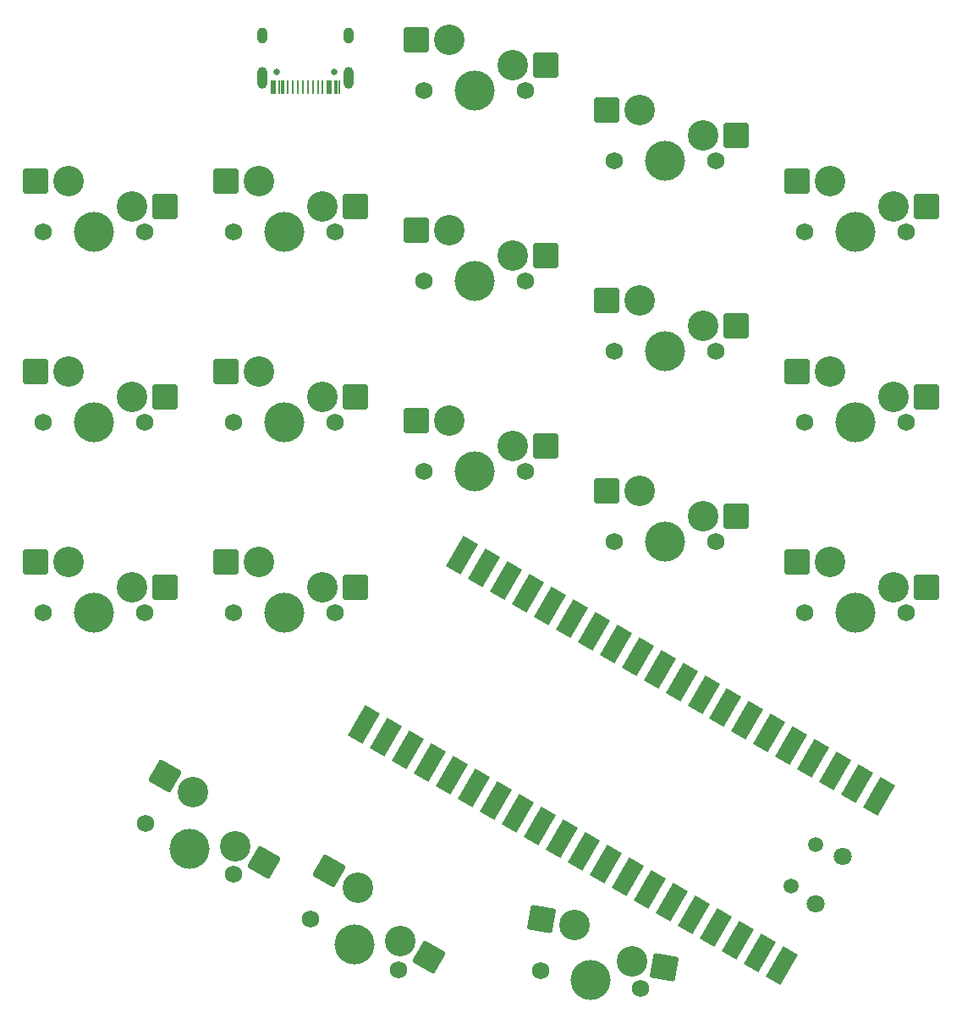
<source format=gbr>
%TF.GenerationSoftware,KiCad,Pcbnew,7.0.9-7.0.9~ubuntu22.04.1*%
%TF.CreationDate,2023-11-28T13:06:28+03:00*%
%TF.ProjectId,Keeb,4b656562-2e6b-4696-9361-645f70636258,rev?*%
%TF.SameCoordinates,Original*%
%TF.FileFunction,Soldermask,Top*%
%TF.FilePolarity,Negative*%
%FSLAX46Y46*%
G04 Gerber Fmt 4.6, Leading zero omitted, Abs format (unit mm)*
G04 Created by KiCad (PCBNEW 7.0.9-7.0.9~ubuntu22.04.1) date 2023-11-28 13:06:28*
%MOMM*%
%LPD*%
G01*
G04 APERTURE LIST*
G04 Aperture macros list*
%AMRoundRect*
0 Rectangle with rounded corners*
0 $1 Rounding radius*
0 $2 $3 $4 $5 $6 $7 $8 $9 X,Y pos of 4 corners*
0 Add a 4 corners polygon primitive as box body*
4,1,4,$2,$3,$4,$5,$6,$7,$8,$9,$2,$3,0*
0 Add four circle primitives for the rounded corners*
1,1,$1+$1,$2,$3*
1,1,$1+$1,$4,$5*
1,1,$1+$1,$6,$7*
1,1,$1+$1,$8,$9*
0 Add four rect primitives between the rounded corners*
20,1,$1+$1,$2,$3,$4,$5,0*
20,1,$1+$1,$4,$5,$6,$7,0*
20,1,$1+$1,$6,$7,$8,$9,0*
20,1,$1+$1,$8,$9,$2,$3,0*%
%AMHorizOval*
0 Thick line with rounded ends*
0 $1 width*
0 $2 $3 position (X,Y) of the first rounded end (center of the circle)*
0 $4 $5 position (X,Y) of the second rounded end (center of the circle)*
0 Add line between two ends*
20,1,$1,$2,$3,$4,$5,0*
0 Add two circle primitives to create the rounded ends*
1,1,$1,$2,$3*
1,1,$1,$4,$5*%
%AMRotRect*
0 Rectangle, with rotation*
0 The origin of the aperture is its center*
0 $1 length*
0 $2 width*
0 $3 Rotation angle, in degrees counterclockwise*
0 Add horizontal line*
21,1,$1,$2,0,0,$3*%
G04 Aperture macros list end*
%ADD10HorizOval,1.800000X0.000000X0.000000X0.000000X0.000000X0*%
%ADD11HorizOval,1.500000X0.000000X0.000000X0.000000X0.000000X0*%
%ADD12RotRect,3.500000X1.700000X240.000000*%
%ADD13C,0.670000*%
%ADD14R,0.250000X1.450000*%
%ADD15R,0.300000X1.450000*%
%ADD16RoundRect,0.500000X0.000000X0.600000X0.000000X0.600000X0.000000X-0.600000X0.000000X-0.600000X0*%
%ADD17RoundRect,0.500000X0.000000X0.300000X0.000000X0.300000X0.000000X-0.300000X0.000000X-0.300000X0*%
%ADD18C,1.750000*%
%ADD19C,3.050000*%
%ADD20C,4.000000*%
%ADD21RoundRect,0.250000X1.025000X1.000000X-1.025000X1.000000X-1.025000X-1.000000X1.025000X-1.000000X0*%
%ADD22RoundRect,0.250000X1.387676X0.353525X-0.387676X1.378525X-1.387676X-0.353525X0.387676X-1.378525X0*%
%ADD23RoundRect,0.250000X1.183076X0.806818X-0.835780X1.162797X-1.183076X-0.806818X0.835780X-1.162797X0*%
G04 APERTURE END LIST*
D10*
%TO.C,U1*%
X187069057Y-118174969D03*
D11*
X184295000Y-116919776D03*
X181870000Y-121120000D03*
D10*
X184344057Y-122894807D03*
D12*
X190714140Y-112121499D03*
X188514435Y-110851499D03*
X186314731Y-109581499D03*
X184115026Y-108311499D03*
X181915322Y-107041499D03*
X179715617Y-105771499D03*
X177515913Y-104501499D03*
X175316208Y-103231499D03*
X173116504Y-101961499D03*
X170916799Y-100691499D03*
X168717095Y-99421499D03*
X166517390Y-98151499D03*
X164317686Y-96881499D03*
X162117981Y-95611499D03*
X159918277Y-94341499D03*
X157718572Y-93071499D03*
X155518868Y-91801499D03*
X153319163Y-90531499D03*
X151119459Y-89261499D03*
X148919754Y-87991499D03*
X139129754Y-104948277D03*
X141329459Y-106218277D03*
X143529163Y-107488277D03*
X145728868Y-108758277D03*
X147928572Y-110028277D03*
X150128277Y-111298277D03*
X152327981Y-112568277D03*
X154527686Y-113838277D03*
X156727390Y-115108277D03*
X158927095Y-116378277D03*
X161126799Y-117648277D03*
X163326504Y-118918277D03*
X165526208Y-120188277D03*
X167725913Y-121458277D03*
X169925617Y-122728277D03*
X172125322Y-123998277D03*
X174325026Y-125268277D03*
X176524731Y-126538277D03*
X178724435Y-127808277D03*
X180924140Y-129078277D03*
%TD*%
D13*
%TO.C,J1*%
X136165000Y-39690000D03*
X130365000Y-39690000D03*
D14*
X136640000Y-41140000D03*
X135840000Y-41140000D03*
X134515000Y-41140000D03*
X133515000Y-41140000D03*
X133015000Y-41140000D03*
X132015000Y-41140000D03*
X130690000Y-41140000D03*
X129890000Y-41140000D03*
D15*
X130165000Y-41140000D03*
X130965000Y-41140000D03*
D14*
X131515000Y-41140000D03*
X132515000Y-41140000D03*
X134015000Y-41140000D03*
X135015000Y-41140000D03*
D15*
X135565000Y-41140000D03*
X136365000Y-41140000D03*
D16*
X137585000Y-40220000D03*
D17*
X137585000Y-36040000D03*
D16*
X128945000Y-40220000D03*
D17*
X128945000Y-36040000D03*
%TD*%
D18*
%TO.C,SW3*%
X193405000Y-55617944D03*
D19*
X192135000Y-53077944D03*
D20*
X188325000Y-55617944D03*
D19*
X185785000Y-50537944D03*
D18*
X183245000Y-55617944D03*
D21*
X195410000Y-53077944D03*
X182483000Y-50537944D03*
%TD*%
D18*
%TO.C,SW4*%
X193405000Y-74667944D03*
D19*
X192135000Y-72127944D03*
D20*
X188325000Y-74667944D03*
D19*
X185785000Y-69587944D03*
D18*
X183245000Y-74667944D03*
D21*
X195410000Y-72127944D03*
X182483000Y-69587944D03*
%TD*%
D18*
%TO.C,SW5*%
X193405000Y-93717944D03*
D19*
X192135000Y-91177944D03*
D20*
X188325000Y-93717944D03*
D19*
X185785000Y-88637944D03*
D18*
X183245000Y-93717944D03*
D21*
X195410000Y-91177944D03*
X182483000Y-88637944D03*
%TD*%
D18*
%TO.C,SW6*%
X174355000Y-48567944D03*
D19*
X173085000Y-46027944D03*
D20*
X169275000Y-48567944D03*
D19*
X166735000Y-43487944D03*
D18*
X164195000Y-48567944D03*
D21*
X176360000Y-46027944D03*
X163433000Y-43487944D03*
%TD*%
D18*
%TO.C,SW7*%
X174355000Y-67617944D03*
D19*
X173085000Y-65077944D03*
D20*
X169275000Y-67617944D03*
D19*
X166735000Y-62537944D03*
D18*
X164195000Y-67617944D03*
D21*
X176360000Y-65077944D03*
X163433000Y-62537944D03*
%TD*%
D18*
%TO.C,SW8*%
X174355000Y-86667944D03*
D19*
X173085000Y-84127944D03*
D20*
X169275000Y-86667944D03*
D19*
X166735000Y-81587944D03*
D18*
X164195000Y-86667944D03*
D21*
X176360000Y-84127944D03*
X163433000Y-81587944D03*
%TD*%
D18*
%TO.C,SW9*%
X155305000Y-41517944D03*
D19*
X154035000Y-38977944D03*
D20*
X150225000Y-41517944D03*
D19*
X147685000Y-36437944D03*
D18*
X145145000Y-41517944D03*
D21*
X157310000Y-38977944D03*
X144383000Y-36437944D03*
%TD*%
D18*
%TO.C,SW10*%
X155305000Y-60567944D03*
D19*
X154035000Y-58027944D03*
D20*
X150225000Y-60567944D03*
D19*
X147685000Y-55487944D03*
D18*
X145145000Y-60567944D03*
D21*
X157310000Y-58027944D03*
X144383000Y-55487944D03*
%TD*%
D18*
%TO.C,SW11*%
X155305000Y-79617944D03*
D19*
X154035000Y-77077944D03*
D20*
X150225000Y-79617944D03*
D19*
X147685000Y-74537944D03*
D18*
X145145000Y-79617944D03*
D21*
X157310000Y-77077944D03*
X144383000Y-74537944D03*
%TD*%
D18*
%TO.C,SW13*%
X136255000Y-55617944D03*
D19*
X134985000Y-53077944D03*
D20*
X131175000Y-55617944D03*
D19*
X128635000Y-50537944D03*
D18*
X126095000Y-55617944D03*
D21*
X138260000Y-53077944D03*
X125333000Y-50537944D03*
%TD*%
D18*
%TO.C,SW14*%
X136255000Y-74667944D03*
D19*
X134985000Y-72127944D03*
D20*
X131175000Y-74667944D03*
D19*
X128635000Y-69587944D03*
D18*
X126095000Y-74667944D03*
D21*
X138260000Y-72127944D03*
X125333000Y-69587944D03*
%TD*%
D18*
%TO.C,SW15*%
X136255000Y-93717944D03*
D19*
X134985000Y-91177944D03*
D20*
X131175000Y-93717944D03*
D19*
X128635000Y-88637944D03*
D18*
X126095000Y-93717944D03*
D21*
X138260000Y-91177944D03*
X125333000Y-88637944D03*
%TD*%
D18*
%TO.C,SW16*%
X142611766Y-129447511D03*
D19*
X142781914Y-126612806D03*
D20*
X138212357Y-126907511D03*
D19*
X138552652Y-121238102D03*
D18*
X133812948Y-124367511D03*
D22*
X145618147Y-128250306D03*
X135693037Y-119587102D03*
%TD*%
D18*
%TO.C,SW17*%
X117205000Y-55617944D03*
D19*
X115935000Y-53077944D03*
D20*
X112125000Y-55617944D03*
D19*
X109585000Y-50537944D03*
D18*
X107045000Y-55617944D03*
D21*
X119210000Y-53077944D03*
X106283000Y-50537944D03*
%TD*%
D18*
%TO.C,SW18*%
X117205000Y-74667944D03*
D19*
X115935000Y-72127944D03*
D20*
X112125000Y-74667944D03*
D19*
X109585000Y-69587944D03*
D18*
X107045000Y-74667944D03*
D21*
X119210000Y-72127944D03*
X106283000Y-69587944D03*
%TD*%
D18*
%TO.C,SW19*%
X117205000Y-93717944D03*
D19*
X115935000Y-91177944D03*
D20*
X112125000Y-93717944D03*
D19*
X109585000Y-88637944D03*
D18*
X107045000Y-93717944D03*
D21*
X119210000Y-91177944D03*
X106283000Y-88637944D03*
%TD*%
D18*
%TO.C,SW20*%
X126113982Y-119922511D03*
D19*
X126284130Y-117087806D03*
D20*
X121714573Y-117382511D03*
D19*
X122054868Y-111713102D03*
D18*
X117315164Y-114842511D03*
D22*
X129120363Y-118725306D03*
X119195253Y-110062102D03*
%TD*%
D18*
%TO.C,SW1*%
X166800000Y-131350000D03*
D19*
X165990361Y-128628055D03*
D20*
X161797177Y-130467867D03*
D19*
X160177898Y-125023977D03*
D18*
X156794354Y-129585734D03*
D23*
X169215606Y-129196753D03*
X156926063Y-124450591D03*
%TD*%
M02*

</source>
